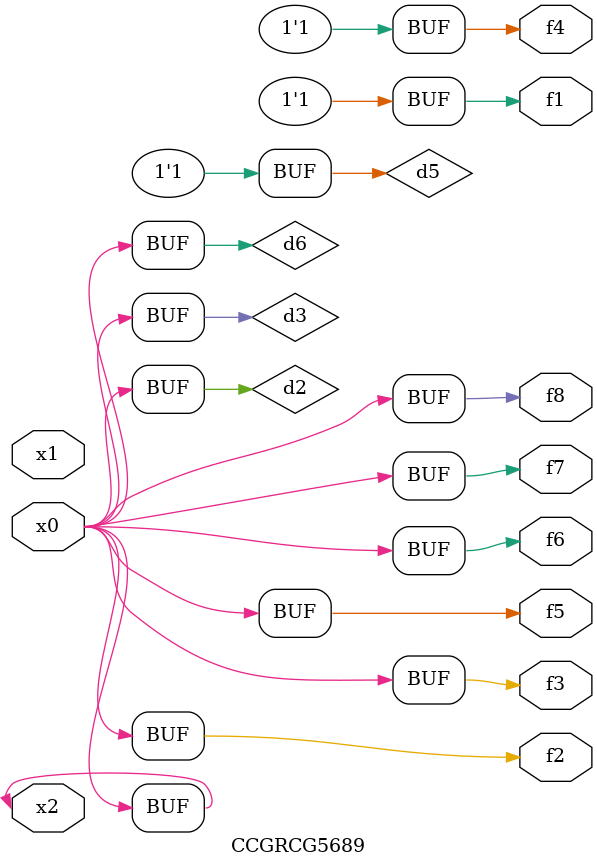
<source format=v>
module CCGRCG5689(
	input x0, x1, x2,
	output f1, f2, f3, f4, f5, f6, f7, f8
);

	wire d1, d2, d3, d4, d5, d6;

	xnor (d1, x2);
	buf (d2, x0, x2);
	and (d3, x0);
	xnor (d4, x1, x2);
	nand (d5, d1, d3);
	buf (d6, d2, d3);
	assign f1 = d5;
	assign f2 = d6;
	assign f3 = d6;
	assign f4 = d5;
	assign f5 = d6;
	assign f6 = d6;
	assign f7 = d6;
	assign f8 = d6;
endmodule

</source>
